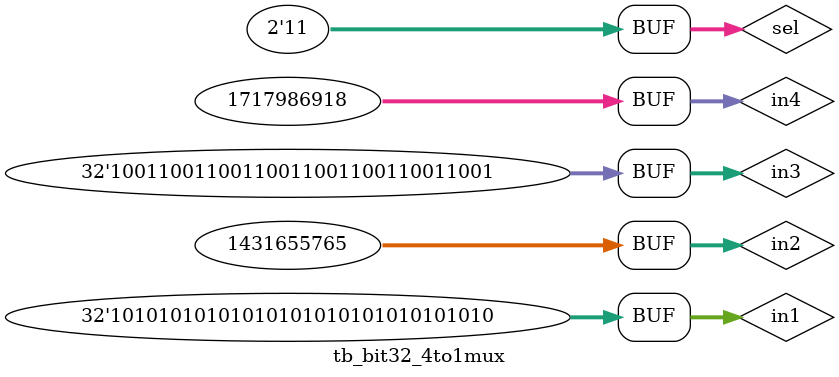
<source format=v>
module tb_bit32_4to1mux;
    wire [31:0]out;
    reg [31:0]in1,in2,in3,in4;
    reg [1:0]sel;

    bit32_4to1mux m1(out,in1,in2,in3,in4,sel);

    initial
        $monitor($time," in1=%h in2=%h in3=%h in4=%h sel=%b out=%h",in1,in2,in3,in4,sel,out);
    initial
    begin
        in1=32'b10101010_10101010_10101010_10101010;
        in2=32'b01010101_01010101_01010101_01010101;
        in3=32'b10011001_10011001_10011001_10011001;
        in4=32'b01100110_01100110_01100110_01100110;

        sel=2'b00;
        #100 sel=2'b01;
        #100 sel=2'b10;
        #100 sel=2'b11;
    end
endmodule
</source>
